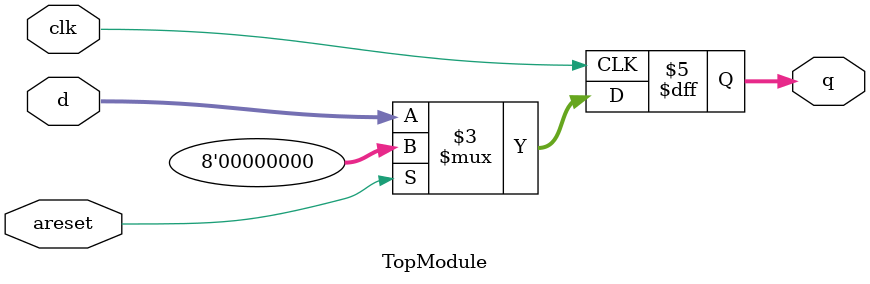
<source format=sv>

module TopModule (
  input clk,
  input [7:0] d,
  input areset,
  output reg [7:0] q
);

always @(posedge clk) begin
    if (areset) begin
        q <= 8'b0;
    end else begin
        q <= d;
    end
end

endmodule

// VERILOG-EVAL: errant inclusion of module definition

</source>
